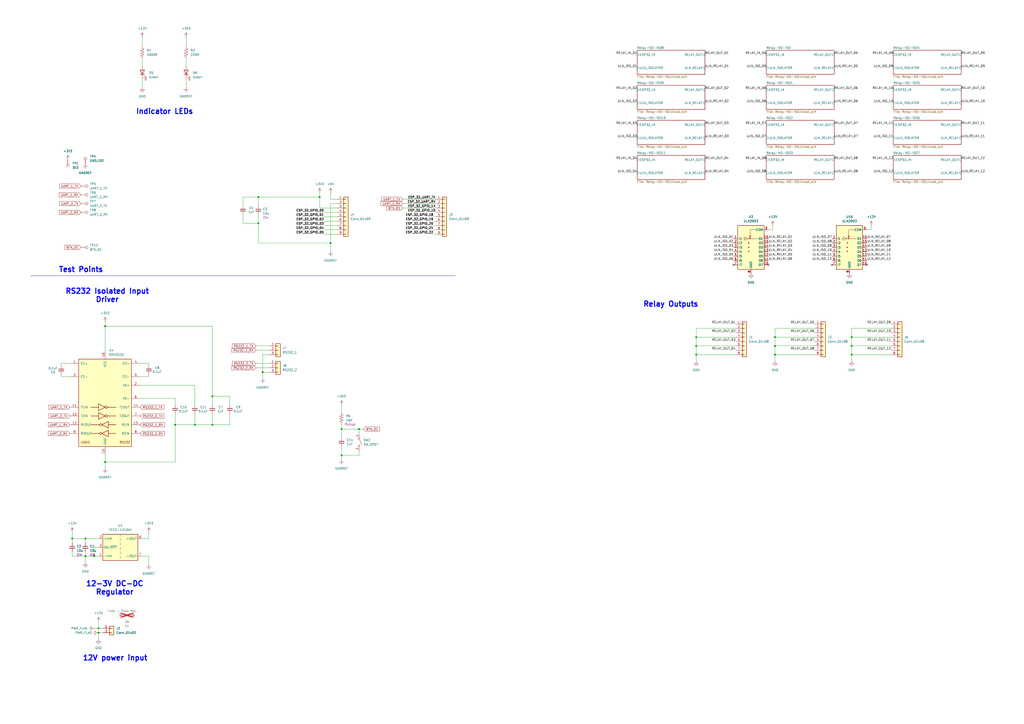
<source format=kicad_sch>
(kicad_sch (version 20231120) (generator "eeschema") (generator_version "8.0")
  (paper "A2")
  (lib_symbols
    (symbol "Connector:TestPoint" (pin_numbers hide) (pin_names (offset 0.762) hide)
      (property "Reference" "TP" (at 0 6.858 0))
      (property "Value" "TestPoint" (at 0 5.08 0))
      (symbol "TestPoint_1_1"
        (pin passive line (at 0 0 90) (length 2.54) (name "1") (number "1"))
      )
    )
    (symbol "Connector_Generic:Conn_01x02" (pin_names (offset 1.016) hide)
      (property "Reference" "J" (at 0 2.54 0))
      (property "Value" "Conn_01x02" (at 0 -5.08 0))
      (symbol "Conn_01x02_1_1"
        (pin passive line (at -5.08 0 0) (length 3.81) (name "Pin_1") (number "1"))
        (pin passive line (at -5.08 -2.54 0) (length 3.81) (name "Pin_2") (number "2"))
      )
    )
    (symbol "Connector_Generic:Conn_01x03" (pin_names (offset 1.016) hide)
      (property "Reference" "J" (at 0 5.08 0))
      (property "Value" "Conn_01x03" (at 0 -5.08 0))
      (symbol "Conn_01x03_1_1"
        (pin passive line (at -5.08 2.54 0) (length 3.81) (name "Pin_1") (number "1"))
        (pin passive line (at -5.08 0 0) (length 3.81) (name "Pin_2") (number "2"))
        (pin passive line (at -5.08 -2.54 0) (length 3.81) (name "Pin_3") (number "3"))
      )
    )
    (symbol "Connector_Generic:Conn_01x08" (pin_names (offset 1.016) hide)
      (property "Reference" "J" (at 0 10.16 0))
      (property "Value" "Conn_01x08" (at 0 -12.7 0))
      (symbol "Conn_01x08_1_1"
        (pin passive line (at -5.08 7.62 0) (length 3.81) (name "Pin_1") (number "1"))
        (pin passive line (at -5.08 5.08 0) (length 3.81) (name "Pin_2") (number "2"))
        (pin passive line (at -5.08 2.54 0) (length 3.81) (name "Pin_3") (number "3"))
        (pin passive line (at -5.08 0 0) (length 3.81) (name "Pin_4") (number "4"))
        (pin passive line (at -5.08 -2.54 0) (length 3.81) (name "Pin_5") (number "5"))
        (pin passive line (at -5.08 -5.08 0) (length 3.81) (name "Pin_6") (number "6"))
        (pin passive line (at -5.08 -7.62 0) (length 3.81) (name "Pin_7") (number "7"))
        (pin passive line (at -5.08 -10.16 0) (length 3.81) (name "Pin_8") (number "8"))
      )
    )
    (symbol "Connector_Generic:Conn_01x09" (pin_names (offset 1.016) hide)
      (property "Reference" "J" (at 0 12.7 0))
      (property "Value" "Conn_01x09" (at 0 -12.7 0))
      (symbol "Conn_01x09_1_1"
        (pin passive line (at -5.08 10.16 0) (length 3.81) (name "Pin_1") (number "1"))
        (pin passive line (at -5.08 7.62 0) (length 3.81) (name "Pin_2") (number "2"))
        (pin passive line (at -5.08 5.08 0) (length 3.81) (name "Pin_3") (number "3"))
        (pin passive line (at -5.08 2.54 0) (length 3.81) (name "Pin_4") (number "4"))
        (pin passive line (at -5.08 0 0) (length 3.81) (name "Pin_5") (number "5"))
        (pin passive line (at -5.08 -2.54 0) (length 3.81) (name "Pin_6") (number "6"))
        (pin passive line (at -5.08 -5.08 0) (length 3.81) (name "Pin_7") (number "7"))
        (pin passive line (at -5.08 -7.62 0) (length 3.81) (name "Pin_8") (number "8"))
        (pin passive line (at -5.08 -10.16 0) (length 3.81) (name "Pin_9") (number "9"))
      )
    )
    (symbol "Converter_DCDC:TEC2-1210WI"
      (property "Reference" "U" (at -8.89 8.89 0))
      (property "Value" "TEC2-1210WI" (at 10.16 8.89 0))
      (symbol "TEC2-1210WI_1_1"
        (pin power_in line (at -12.7 -5.08 0) (length 2.54) (name "-VIN") (number "1"))
        (pin power_in line (at -12.7 5.08 0) (length 2.54) (name "+VIN") (number "2"))
        (pin input line (at -12.7 0 0) (length 2.54) (name "ON/~{OFF}") (number "3"))
        (pin no_connect line (at 10.16 2.54 180) (length 2.54) hide (name "NC") (number "5"))
        (pin power_out line (at 12.7 5.08 180) (length 2.54) (name "+VOUT") (number "6"))
        (pin power_out line (at 12.7 -5.08 180) (length 2.54) (name "-VOUT") (number "7"))
        (pin no_connect line (at 10.16 0 180) (length 2.54) hide (name "NC") (number "8"))
      )
    )
    (symbol "Device:C_Small" (pin_numbers hide) (pin_names (offset 0.254) hide)
      (property "Reference" "C" (at 0.254 1.778 0))
      (property "Value" "C_Small" (at 0.254 -2.032 0))
      (symbol "C_Small_1_1"
        (pin passive line (at 0 2.54 270) (length 2.032) (name "~") (number "1"))
        (pin passive line (at 0 -2.54 90) (length 2.032) (name "~") (number "2"))
      )
    )
    (symbol "Device:Fuse" (pin_numbers hide) (pin_names (offset 0))
      (property "Reference" "F" (at 2.032 0 90))
      (property "Value" "Fuse" (at -1.905 0 90))
      (symbol "Fuse_1_1"
        (pin passive line (at 0 3.81 270) (length 1.27) (name "~") (number "1"))
        (pin passive line (at 0 -3.81 90) (length 1.27) (name "~") (number "2"))
      )
    )
    (symbol "Device:LED" (pin_numbers hide) (pin_names (offset 1.016) hide)
      (property "Reference" "D" (at 0 2.54 0))
      (property "Value" "LED" (at 0 -2.54 0))
      (symbol "LED_1_1"
        (pin passive line (at -3.81 0 0) (length 2.54) (name "K") (number "1"))
        (pin passive line (at 3.81 0 180) (length 2.54) (name "A") (number "2"))
      )
    )
    (symbol "Device:R_US" (pin_numbers hide) (pin_names (offset 0))
      (property "Reference" "R" (at 2.54 0 90))
      (property "Value" "R_US" (at -2.54 0 90))
      (symbol "R_US_1_1"
        (pin passive line (at 0 3.81 270) (length 1.27) (name "~") (number "1"))
        (pin passive line (at 0 -3.81 90) (length 1.27) (name "~") (number "2"))
      )
    )
    (symbol "Interface_UART:MAX3232" (pin_names (offset 1.016))
      (property "Reference" "U" (at -2.54 28.575 0))
      (property "Value" "MAX3232" (at -2.54 26.67 0))
      (symbol "MAX3232_0_0"
        (text "LOGIC" (at -11.43 -22.86 0) (effects (font (size 1.27 1.27))))
        (text "RS232" (at 11.43 -22.86 0) (effects (font (size 1.27 1.27))))
      )
      (symbol "MAX3232_1_1"
        (pin passive line (at -20.32 22.86 0) (length 5.08) (name "C1+") (number "1"))
        (pin input line (at -20.32 -7.62 0) (length 5.08) (name "T2IN") (number "10"))
        (pin input line (at -20.32 -2.54 0) (length 5.08) (name "T1IN") (number "11"))
        (pin output line (at -20.32 -12.7 0) (length 5.08) (name "R1OUT") (number "12"))
        (pin input line (at 20.32 -12.7 180) (length 5.08) (name "R1IN") (number "13"))
        (pin output line (at 20.32 -2.54 180) (length 5.08) (name "T1OUT") (number "14"))
        (pin power_in line (at 0 -30.48 90) (length 5.08) (name "GND") (number "15"))
        (pin power_in line (at 0 30.48 270) (length 5.08) (name "VCC") (number "16"))
        (pin power_out line (at 20.32 10.16 180) (length 5.08) (name "VS+") (number "2"))
        (pin passive line (at -20.32 15.24 0) (length 5.08) (name "C1-") (number "3"))
        (pin passive line (at 20.32 22.86 180) (length 5.08) (name "C2+") (number "4"))
        (pin passive line (at 20.32 15.24 180) (length 5.08) (name "C2-") (number "5"))
        (pin power_out line (at 20.32 2.54 180) (length 5.08) (name "VS-") (number "6"))
        (pin output line (at 20.32 -7.62 180) (length 5.08) (name "T2OUT") (number "7"))
        (pin input line (at 20.32 -17.78 180) (length 5.08) (name "R2IN") (number "8"))
        (pin output line (at -20.32 -17.78 0) (length 5.08) (name "R2OUT") (number "9"))
      )
    )
    (symbol "Switch:SW_SPST" (pin_names (offset 0) hide)
      (property "Reference" "SW" (at 0 3.175 0))
      (property "Value" "SW_SPST" (at 0 -2.54 0))
      (symbol "SW_SPST_1_1"
        (pin passive line (at -5.08 0 0) (length 2.54) (name "A") (number "1"))
        (pin passive line (at 5.08 0 180) (length 2.54) (name "B") (number "2"))
      )
    )
    (symbol "Transistor_Array:ULN2003"
      (property "Reference" "U" (at 0 15.875 0))
      (property "Value" "ULN2003" (at 0 13.97 0))
      (symbol "ULN2003_1_1"
        (pin input line (at -10.16 5.08 0) (length 2.54) (name "I1") (number "1"))
        (pin open_collector line (at 10.16 -10.16 180) (length 2.54) (name "O7") (number "10"))
        (pin open_collector line (at 10.16 -7.62 180) (length 2.54) (name "O6") (number "11"))
        (pin open_collector line (at 10.16 -5.08 180) (length 2.54) (name "O5") (number "12"))
        (pin open_collector line (at 10.16 -2.54 180) (length 2.54) (name "O4") (number "13"))
        (pin open_collector line (at 10.16 0 180) (length 2.54) (name "O3") (number "14"))
        (pin open_collector line (at 10.16 2.54 180) (length 2.54) (name "O2") (number "15"))
        (pin open_collector line (at 10.16 5.08 180) (length 2.54) (name "O1") (number "16"))
        (pin input line (at -10.16 2.54 0) (length 2.54) (name "I2") (number "2"))
        (pin input line (at -10.16 0 0) (length 2.54) (name "I3") (number "3"))
        (pin input line (at -10.16 -2.54 0) (length 2.54) (name "I4") (number "4"))
        (pin input line (at -10.16 -5.08 0) (length 2.54) (name "I5") (number "5"))
        (pin input line (at -10.16 -7.62 0) (length 2.54) (name "I6") (number "6"))
        (pin input line (at -10.16 -10.16 0) (length 2.54) (name "I7") (number "7"))
        (pin power_in line (at 0 -15.24 90) (length 2.54) (name "GND") (number "8"))
        (pin passive line (at 10.16 10.16 180) (length 2.54) (name "COM") (number "9"))
      )
    )
    (symbol "power:+12V" (power) (pin_numbers hide) (pin_names (offset 0) hide)
      (property "Value" "+12V" (at 0 3.556 0))
      (symbol "+12V_1_1"
        (pin power_in line (at 0 0 90) (length 0) (name "~") (number "1"))
      )
    )
    (symbol "power:+3V3" (power) (pin_numbers hide) (pin_names (offset 0) hide)
      (property "Value" "+3V3" (at 0 3.556 0))
      (symbol "+3V3_1_1"
        (pin power_in line (at 0 0 90) (length 0) (name "~") (number "1"))
      )
    )
    (symbol "power:+5V" (power) (pin_numbers hide) (pin_names (offset 0) hide)
      (property "Value" "+5V" (at 0 3.556 0))
      (symbol "+5V_1_1"
        (pin power_in line (at 0 0 90) (length 0) (name "~") (number "1"))
      )
    )
    (symbol "power:GND" (power) (pin_numbers hide) (pin_names (offset 0) hide)
      (property "Value" "GND" (at 0 -3.81 0))
      (symbol "GND_1_1"
        (pin power_in line (at 0 0 270) (length 0) (name "~") (number "1"))
      )
    )
    (symbol "power:GNDREF" (power) (pin_numbers hide) (pin_names (offset 0) hide)
      (property "Value" "GNDREF" (at 0 -3.81 0))
      (symbol "GNDREF_1_1"
        (pin power_in line (at 0 0 270) (length 0) (name "~") (number "1"))
      )
    )
    (symbol "power:PWR_FLAG" (power) (pin_numbers hide) (pin_names (offset 0) hide)
      (property "Value" "PWR_FLAG" (at 0 3.81 0))
      (symbol "PWR_FLAG_0_0"
        (pin power_out line (at 0 0 90) (length 0) (name "~") (number "1"))
      )
    )
  )
  (junction (at 123.19 246.38))
  (junction (at 54.61 322.58))
  (junction (at 149.86 114.3))
  (junction (at 449.58 205.74))
  (junction (at 494.03 200.66))
  (junction (at 449.58 195.58))
  (junction (at 57.15 364.49))
  (junction (at 403.86 205.74))
  (junction (at 403.86 200.66))
  (junction (at 403.86 195.58))
  (junction (at 60.96 267.97))
  (junction (at 191.77 140.97))
  (junction (at 208.28 248.92))
  (junction (at 494.03 195.58))
  (junction (at 60.96 189.23))
  (junction (at 198.12 264.16))
  (junction (at 123.19 229.87))
  (junction (at 113.03 246.38))
  (junction (at 449.58 200.66))
  (junction (at 149.86 129.54))
  (junction (at 57.15 367.03))
  (junction (at 41.91 312.42))
  (junction (at 49.53 322.58))
  (junction (at 49.53 312.42))
  (junction (at 101.6 246.38))
  (junction (at 494.03 205.74))
  (junction (at 185.42 114.3))
  (junction (at 198.12 248.92))
  (junction (at 152.4 215.9))
  (no_connect (at 445.77 153.67))
  (no_connect (at 77.47 356.87))
  (no_connect (at 69.85 356.87))
  (no_connect (at 482.6 153.67))
  (no_connect (at 425.45 153.67))
  (no_connect (at 502.92 153.67))
  (wire (pts (xy 187.96 128.27) (xy 195.58 128.27)))
  (wire (pts (xy 35.56 218.44) (xy 40.64 218.44)))
  (wire (pts (xy 133.35 229.87) (xy 123.19 229.87)))
  (wire (pts (xy 403.86 205.74) (xy 426.72 205.74)))
  (wire (pts (xy 41.91 320.04) (xy 41.91 322.58)))
  (wire (pts (xy 57.15 367.03) (xy 57.15 370.84)))
  (wire (pts (xy 41.91 322.58) (xy 49.53 322.58)))
  (wire (pts (xy 472.44 200.66) (xy 449.58 200.66)))
  (wire (pts (xy 49.53 320.04) (xy 49.53 322.58)))
  (wire (pts (xy 208.28 248.92) (xy 210.82 248.92)))
  (wire (pts (xy 107.95 34.29) (xy 107.95 38.1)))
  (wire (pts (xy 86.36 327.66) (xy 86.36 322.58)))
  (wire (pts (xy 494.03 205.74) (xy 516.89 205.74)))
  (wire (pts (xy 149.86 124.46) (xy 149.86 129.54)))
  (wire (pts (xy 208.28 251.46) (xy 208.28 248.92)))
  (wire (pts (xy 516.89 200.66) (xy 494.03 200.66)))
  (wire (pts (xy 57.15 322.58) (xy 54.61 322.58)))
  (wire (pts (xy 449.58 209.55) (xy 449.58 205.74)))
  (wire (pts (xy 403.86 209.55) (xy 403.86 205.74)))
  (wire (pts (xy 156.21 205.74) (xy 152.4 205.74)))
  (wire (pts (xy 191.77 118.11) (xy 191.77 140.97)))
  (wire (pts (xy 191.77 115.57) (xy 195.58 115.57)))
  (wire (pts (xy 251.46 133.35) (xy 252.73 133.35)))
  (wire (pts (xy 57.15 364.49) (xy 59.69 364.49)))
  (wire (pts (xy 494.03 195.58) (xy 494.03 200.66)))
  (wire (pts (xy 149.86 114.3) (xy 185.42 114.3)))
  (wire (pts (xy 198.12 248.92) (xy 198.12 254)))
  (wire (pts (xy 133.35 234.95) (xy 133.35 229.87)))
  (wire (pts (xy 152.4 215.9) (xy 152.4 219.71)))
  (wire (pts (xy 60.96 264.16) (xy 60.96 267.97)))
  (wire (pts (xy 41.91 314.96) (xy 41.91 312.42)))
  (wire (pts (xy 60.96 189.23) (xy 60.96 203.2)))
  (wire (pts (xy 82.55 45.72) (xy 82.55 50.8)))
  (wire (pts (xy 185.42 114.3) (xy 185.42 111.76)))
  (wire (pts (xy 123.19 229.87) (xy 123.19 189.23)))
  (wire (pts (xy 81.28 223.52) (xy 113.03 223.52)))
  (wire (pts (xy 54.61 364.49) (xy 57.15 364.49)))
  (wire (pts (xy 208.28 248.92) (xy 198.12 248.92)))
  (wire (pts (xy 472.44 195.58) (xy 449.58 195.58)))
  (wire (pts (xy 152.4 215.9) (xy 156.21 215.9)))
  (wire (pts (xy 54.61 322.58) (xy 49.53 322.58)))
  (wire (pts (xy 86.36 210.82) (xy 86.36 212.09)))
  (wire (pts (xy 101.6 246.38) (xy 113.03 246.38)))
  (wire (pts (xy 252.73 115.57) (xy 233.68 115.57)))
  (wire (pts (xy 152.4 205.74) (xy 152.4 215.9)))
  (wire (pts (xy 472.44 190.5) (xy 449.58 190.5)))
  (wire (pts (xy 82.55 34.29) (xy 82.55 38.1)))
  (wire (pts (xy 123.19 229.87) (xy 123.19 234.95)))
  (wire (pts (xy 41.91 312.42) (xy 49.53 312.42)))
  (wire (pts (xy 60.96 271.78) (xy 60.96 267.97)))
  (wire (pts (xy 494.03 190.5) (xy 494.03 195.58)))
  (wire (pts (xy 86.36 218.44) (xy 86.36 217.17)))
  (wire (pts (xy 403.86 190.5) (xy 403.86 195.58)))
  (wire (pts (xy 123.19 246.38) (xy 123.19 240.03)))
  (wire (pts (xy 403.86 195.58) (xy 403.86 200.66)))
  (wire (pts (xy 81.28 218.44) (xy 86.36 218.44)))
  (wire (pts (xy 445.77 133.35) (xy 448.31 133.35)))
  (wire (pts (xy 140.97 129.54) (xy 149.86 129.54)))
  (wire (pts (xy 187.96 135.89) (xy 195.58 135.89)))
  (wire (pts (xy 35.56 212.09) (xy 35.56 210.82)))
  (wire (pts (xy 54.61 317.5) (xy 54.61 322.58)))
  (wire (pts (xy 516.89 190.5) (xy 494.03 190.5)))
  (wire (pts (xy 49.53 322.58) (xy 49.53 326.39)))
  (wire (pts (xy 494.03 200.66) (xy 494.03 205.74)))
  (wire (pts (xy 41.91 312.42) (xy 41.91 308.61)))
  (wire (pts (xy 60.96 267.97) (xy 101.6 267.97)))
  (wire (pts (xy 449.58 205.74) (xy 472.44 205.74)))
  (wire (pts (xy 133.35 246.38) (xy 123.19 246.38)))
  (wire (pts (xy 57.15 317.5) (xy 54.61 317.5)))
  (wire (pts (xy 49.53 312.42) (xy 57.15 312.42)))
  (wire (pts (xy 49.53 314.96) (xy 49.53 312.42)))
  (wire (pts (xy 101.6 240.03) (xy 101.6 246.38)))
  (wire (pts (xy 516.89 195.58) (xy 494.03 195.58)))
  (wire (pts (xy 403.86 200.66) (xy 403.86 205.74)))
  (wire (pts (xy 233.68 120.65) (xy 252.73 120.65)))
  (wire (pts (xy 449.58 190.5) (xy 449.58 195.58)))
  (wire (pts (xy 149.86 140.97) (xy 191.77 140.97)))
  (wire (pts (xy 505.46 133.35) (xy 505.46 130.81)))
  (wire (pts (xy 251.46 130.81) (xy 252.73 130.81)))
  (wire (pts (xy 195.58 120.65) (xy 185.42 120.65)))
  (wire (pts (xy 86.36 312.42) (xy 86.36 308.61)))
  (wire (pts (xy 148.59 203.2) (xy 156.21 203.2)))
  (wire (pts (xy 140.97 119.38) (xy 140.97 114.3)))
  (wire (pts (xy 426.72 190.5) (xy 403.86 190.5)))
  (wire (pts (xy 140.97 114.3) (xy 149.86 114.3)))
  (wire (pts (xy 113.03 246.38) (xy 123.19 246.38)))
  (wire (pts (xy 133.35 240.03) (xy 133.35 246.38)))
  (wire (pts (xy 198.12 248.92) (xy 198.12 246.38)))
  (wire (pts (xy 148.59 200.66) (xy 156.21 200.66)))
  (wire (pts (xy 101.6 267.97) (xy 101.6 246.38)))
  (wire (pts (xy 59.69 367.03) (xy 57.15 367.03)))
  (wire (pts (xy 187.96 130.81) (xy 195.58 130.81)))
  (wire (pts (xy 82.55 312.42) (xy 86.36 312.42)))
  (wire (pts (xy 140.97 124.46) (xy 140.97 129.54)))
  (wire (pts (xy 86.36 322.58) (xy 82.55 322.58)))
  (wire (pts (xy 251.46 135.89) (xy 252.73 135.89)))
  (wire (pts (xy 191.77 111.76) (xy 191.77 115.57)))
  (wire (pts (xy 113.03 223.52) (xy 113.03 234.95)))
  (wire (pts (xy 107.95 21.59) (xy 107.95 26.67)))
  (wire (pts (xy 81.28 210.82) (xy 86.36 210.82)))
  (wire (pts (xy 60.96 186.69) (xy 60.96 189.23)))
  (wire (pts (xy 251.46 125.73) (xy 252.73 125.73)))
  (wire (pts (xy 208.28 261.62) (xy 208.28 264.16)))
  (wire (pts (xy 35.56 210.82) (xy 40.64 210.82)))
  (wire (pts (xy 426.72 195.58) (xy 403.86 195.58)))
  (wire (pts (xy 198.12 234.95) (xy 198.12 238.76)))
  (wire (pts (xy 494.03 209.55) (xy 494.03 205.74)))
  (wire (pts (xy 252.73 118.11) (xy 233.68 118.11)))
  (wire (pts (xy 426.72 200.66) (xy 403.86 200.66)))
  (wire (pts (xy 82.55 21.59) (xy 82.55 26.67)))
  (wire (pts (xy 449.58 195.58) (xy 449.58 200.66)))
  (wire (pts (xy 187.96 133.35) (xy 195.58 133.35)))
  (wire (pts (xy 148.59 213.36) (xy 156.21 213.36)))
  (wire (pts (xy 149.86 119.38) (xy 149.86 114.3)))
  (wire (pts (xy 449.58 200.66) (xy 449.58 205.74)))
  (wire (pts (xy 502.92 133.35) (xy 505.46 133.35)))
  (wire (pts (xy 198.12 259.08) (xy 198.12 264.16)))
  (wire (pts (xy 251.46 128.27) (xy 252.73 128.27)))
  (wire (pts (xy 81.28 231.14) (xy 101.6 231.14)))
  (wire (pts (xy 187.96 125.73) (xy 195.58 125.73)))
  (wire (pts (xy 35.56 217.17) (xy 35.56 218.44)))
  (wire (pts (xy 185.42 120.65) (xy 185.42 114.3)))
  (wire (pts (xy 60.96 189.23) (xy 123.19 189.23)))
  (wire (pts (xy 448.31 133.35) (xy 448.31 130.81)))
  (wire (pts (xy 107.95 50.8) (xy 107.95 45.72)))
  (wire (pts (xy 191.77 140.97) (xy 191.77 146.05)))
  (wire (pts (xy 208.28 264.16) (xy 198.12 264.16)))
  (wire (pts (xy 57.15 364.49) (xy 57.15 360.68)))
  (wire (pts (xy 149.86 129.54) (xy 149.86 140.97)))
  (wire (pts (xy 198.12 264.16) (xy 198.12 266.7)))
  (polyline (pts (xy 17.78 160.02) (xy 264.16 160.02)))
  (wire (pts (xy 148.59 210.82) (xy 156.21 210.82)))
  (wire (pts (xy 101.6 231.14) (xy 101.6 234.95)))
  (wire (pts (xy 195.58 118.11) (xy 191.77 118.11)))
  (wire (pts (xy 187.96 123.19) (xy 195.58 123.19)))
  (wire (pts (xy 113.03 240.03) (xy 113.03 246.38)))
  (text "Relay Outputs" (at 389.128 176.53 0) (effects (font (size 3 3) (thickness 0.6) (bold yes))))
  (text "12-3V DC-DC\nRegulator" (at 66.548 341.122 0) (effects (font (size 3 3) (thickness 0.6) (bold yes))))
  (text "12V power input" (at 66.802 381.762 0) (effects (font (size 3 3) (thickness 0.6) (bold yes))))
  (text "RS232 Isolated Input\nDriver" (at 62.23 171.45 0) (effects (font (size 3 3) (thickness 0.6) (bold yes))))
  (text "Test Points" (at 46.99 156.464 0) (effects (font (size 3 3) (thickness 0.6) (bold yes))))
  (text "Indicator LEDs" (at 95.504 64.77 0) (effects (font (size 3 3) (thickness 0.6) (bold yes))))
  (label "ULN_RELAY_12" (at 502.92 151.13 0))
  (label "ULN_RELAY_12" (at 557.53 100.33 0))
  (label "RELAY_IN_09" (at 518.16 31.75 180))
  (label "ULN_ISO_04" (at 369.57 100.33 180))
  (label "ESP_32_GPIO_01" (at 187.96 125.73 180) (effects (font (bold yes))))
  (label "RELAY_OUT_12" (at 516.89 203.2 180))
  (label "RELAY_IN_04" (at 369.57 92.71 180))
  (label "ESP_32_GPIO_05" (at 187.96 135.89 180) (effects (font (bold yes))))
  (label "RELAY_OUT_05" (at 483.87 31.75 0))
  (label "RELAY_IN_10" (at 518.16 52.07 180))
  (label "ULN_RELAY_05" (at 445.77 148.59 0))
  (label "ULN_ISO_03" (at 425.45 143.51 180))
  (label "ULN_RELAY_07" (at 483.87 80.01 0))
  (label "RELAY_IN_07" (at 444.5 72.39 180))
  (label "ULN_RELAY_04" (at 445.77 146.05 0))
  (label "ESP_32_GPIO_19" (at 251.46 128.27 180) (effects (font (bold yes))))
  (label "RELAY_IN_08" (at 444.5 92.71 180))
  (label "ULN_RELAY_10" (at 502.92 146.05 0))
  (label "ULN_RELAY_01" (at 445.77 138.43 0))
  (label "ULN_RELAY_08" (at 502.92 140.97 0))
  (label "ESP_32_UART_TX" (at 252.73 115.57 180) (effects (font (bold yes))))
  (label "RELAY_OUT_07" (at 472.44 198.12 180))
  (label "ULN_ISO_10" (at 518.16 59.69 180))
  (label "ULN_RELAY_09" (at 502.92 143.51 0))
  (label "ULN_ISO_08" (at 482.6 140.97 180))
  (label "RELAY_OUT_03" (at 426.72 198.12 180))
  (label "ULN_ISO_02" (at 369.57 59.69 180))
  (label "ESP_32_GPIO_14" (at 252.73 120.65 180) (effects (font (bold yes))))
  (label "ESP_32_GPIO_15" (at 252.73 123.19 180) (effects (font (bold yes))))
  (label "RELAY_OUT_08" (at 472.44 203.2 180))
  (label "RELAY_OUT_01" (at 408.94 31.75 0))
  (label "RELAY_OUT_11" (at 557.53 72.39 0))
  (label "ULN_RELAY_04" (at 408.94 100.33 0))
  (label "RELAY_OUT_10" (at 557.53 52.07 0))
  (label "RELAY_OUT_07" (at 483.87 72.39 0))
  (label "ULN_RELAY_01" (at 408.94 39.37 0))
  (label "ULN_RELAY_11" (at 557.53 80.01 0))
  (label "RELAY_IN_01" (at 369.57 31.75 180))
  (label "ULN_ISO_10" (at 482.6 146.05 180))
  (label "ULN_RELAY_09" (at 557.53 39.37 0))
  (label "ESP_32_GPIO_18" (at 251.46 125.73 180) (effects (font (bold yes))))
  (label "RELAY_IN_02" (at 369.57 52.07 180))
  (label "ULN_RELAY_08" (at 483.87 100.33 0))
  (label "ULN_RELAY_02" (at 408.94 59.69 0))
  (label "RELAY_OUT_04" (at 408.94 92.71 0))
  (label "RELAY_OUT_06" (at 472.44 193.04 180))
  (label "RELAY_IN_11" (at 518.16 72.39 180))
  (label "ULN_RELAY_10" (at 557.53 59.69 0))
  (label "ESP_32_GPIO_03" (at 187.96 130.81 180) (effects (font (bold yes))))
  (label "RELAY_OUT_05" (at 472.44 187.96 180))
  (label "RELAY_OUT_03" (at 408.94 72.39 0))
  (label "RELAY_OUT_11" (at 516.89 198.12 180))
  (label "ULN_ISO_04" (at 425.45 146.05 180))
  (label "RELAY_OUT_12" (at 557.53 92.71 0))
  (label "RELAY_IN_12" (at 518.16 92.71 180))
  (label "ULN_ISO_01" (at 425.45 138.43 180))
  (label "RELAY_IN_05" (at 444.5 31.75 180))
  (label "ULN_ISO_11" (at 518.16 80.01 180))
  (label "RELAY_OUT_09" (at 516.89 187.96 180))
  (label "ULN_RELAY_03" (at 445.77 143.51 0))
  (label "ULN_ISO_01" (at 369.57 39.37 180))
  (label "ULN_ISO_09" (at 482.6 143.51 180))
  (label "ESP_32_GPIO_00" (at 187.96 123.19 180) (effects (font (bold yes))))
  (label "ULN_RELAY_06" (at 483.87 59.69 0))
  (label "ESP_32_GPIO_22" (at 251.46 135.89 180) (effects (font (bold yes))))
  (label "ULN_ISO_05" (at 425.45 148.59 180))
  (label "RELAY_OUT_08" (at 483.87 92.71 0))
  (label "ESP_32_GPIO_02" (at 187.96 128.27 180) (effects (font (bold yes))))
  (label "ULN_ISO_06" (at 425.45 151.13 180))
  (label "ULN_ISO_06" (at 444.5 59.69 180))
  (label "ESP_32_UART_RX" (at 252.73 118.11 180) (effects (font (bold yes))))
  (label "RELAY_IN_06" (at 444.5 52.07 180))
  (label "ESP_32_GPIO_04" (at 187.96 133.35 180) (effects (font (bold yes))))
  (label "ULN_ISO_09" (at 518.16 39.37 180))
  (label "ULN_RELAY_03" (at 408.94 80.01 0))
  (label "ULN_RELAY_11" (at 502.92 148.59 0))
  (label "ULN_RELAY_05" (at 483.87 39.37 0))
  (label "RELAY_OUT_04" (at 426.72 203.2 180))
  (label "ESP_32_GPIO_20" (at 251.46 130.81 180) (effects (font (bold yes))))
  (label "ULN_ISO_12" (at 482.6 151.13 180))
  (label "RELAY_OUT_10" (at 516.89 193.04 180))
  (label "ULN_ISO_11" (at 482.6 148.59 180))
  (label "ULN_ISO_05" (at 444.5 39.37 180))
  (label "RELAY_IN_03" (at 369.57 72.39 180))
  (label "RELAY_OUT_01" (at 426.72 187.96 180))
  (label "ULN_ISO_12" (at 518.16 100.33 180))
  (label "ULN_ISO_02" (at 425.45 140.97 180))
  (label "ULN_ISO_03" (at 369.57 80.01 180))
  (label "RELAY_OUT_09" (at 557.53 31.75 0))
  (label "ULN_ISO_08" (at 444.5 100.33 180))
  (label "ULN_RELAY_07" (at 502.92 138.43 0))
  (label "RELAY_OUT_02" (at 426.72 193.04 180))
  (label "ULN_RELAY_02" (at 445.77 140.97 0))
  (label "RELAY_OUT_06" (at 483.87 52.07 0))
  (label "ULN_RELAY_06" (at 445.77 151.13 0))
  (label "ESP_32_GPIO_21" (at 251.46 133.35 180) (effects (font (bold yes))))
  (label "ULN_ISO_07" (at 482.6 138.43 180))
  (label "ULN_ISO_07" (at 444.5 80.01 180))
  (label "RELAY_OUT_02" (at 408.94 52.07 0))
  (global_label "UART_1_TX" (shape input) (at 40.64 236.22 180) (property "Intersheetrefs" "${INTERSHEET_REFS}" (effects (hide yes))))
  (global_label "UART_2_TX" (shape input) (at 40.64 241.3 180) (property "Intersheetrefs" "${INTERSHEET_REFS}" (effects (hide yes))))
  (global_label "RS232_2_TX" (shape input) (at 148.59 210.82 180) (property "Intersheetrefs" "${INTERSHEET_REFS}" (effects (hide yes))))
  (global_label "UART_1_RX" (shape input) (at 233.68 118.11 180) (property "Intersheetrefs" "${INTERSHEET_REFS}" (effects (hide yes))))
  (global_label "RS232_2_RX" (shape input) (at 148.59 213.36 180) (property "Intersheetrefs" "${INTERSHEET_REFS}" (effects (hide yes))))
  (global_label "UART_1_TX" (shape input) (at 46.99 107.95 180) (property "Intersheetrefs" "${INTERSHEET_REFS}" (effects (hide yes))))
  (global_label "BTN_01" (shape input) (at 210.82 248.92 0) (property "Intersheetrefs" "${INTERSHEET_REFS}" (effects (hide yes))))
  (global_label "RS232_1_TX" (shape input) (at 81.28 236.22 0) (property "Intersheetrefs" "${INTERSHEET_REFS}" (effects (hide yes))))
  (global_label "UART_1_RX" (shape input) (at 40.64 246.38 180) (property "Intersheetrefs" "${INTERSHEET_REFS}" (effects (hide yes))))
  (global_label "RS232_1_TX" (shape input) (at 148.59 200.66 180) (property "Intersheetrefs" "${INTERSHEET_REFS}" (effects (hide yes))))
  (global_label "UART_1_RX" (shape input) (at 46.99 113.03 180) (property "Intersheetrefs" "${INTERSHEET_REFS}" (effects (hide yes))))
  (global_label "UART_1_TX" (shape input) (at 233.68 115.57 180) (property "Intersheetrefs" "${INTERSHEET_REFS}" (effects (hide yes))))
  (global_label "UART_2_RX" (shape input) (at 40.64 251.46 180) (property "Intersheetrefs" "${INTERSHEET_REFS}" (effects (hide yes))))
  (global_label "UART_2_RX" (shape input) (at 46.99 123.19 180) (property "Intersheetrefs" "${INTERSHEET_REFS}" (effects (hide yes))))
  (global_label "RS232_1_RX" (shape input) (at 81.28 246.38 0) (property "Intersheetrefs" "${INTERSHEET_REFS}" (effects (hide yes))))
  (global_label "RS232_2_RX" (shape input) (at 81.28 251.46 0) (property "Intersheetrefs" "${INTERSHEET_REFS}" (effects (hide yes))))
  (global_label "RS232_1_RX" (shape input) (at 148.59 203.2 180) (property "Intersheetrefs" "${INTERSHEET_REFS}" (effects (hide yes))))
  (global_label "BTN_01" (shape input) (at 233.68 120.65 180) (property "Intersheetrefs" "${INTERSHEET_REFS}" (effects (hide yes))))
  (global_label "UART_2_TX" (shape input) (at 46.99 118.11 180) (property "Intersheetrefs" "${INTERSHEET_REFS}" (effects (hide yes))))
  (global_label "RS232_2_TX" (shape input) (at 81.28 241.3 0) (property "Intersheetrefs" "${INTERSHEET_REFS}" (effects (hide yes))))
  (global_label "BTN_01" (shape input) (at 46.99 143.51 180) (property "Intersheetrefs" "${INTERSHEET_REFS}" (effects (hide yes))))
  (symbol (lib_id "Device:R_US") (at 107.95 30.48 0) (unit 1)
    (property "Reference" "R2" (at 110.49 29.2099 0) (effects (justify left)))
    (property "Value" "220R" (at 110.49 31.7499 0) (effects (justify left)))
    (property "Footprint" "Resistor_SMD:R_0603_1608Metric" (effects (hide yes)))
    (property "Description" "Resistor, US symbol" (effects (hide yes)))
    (property "LCSC" "C22962" (effects (hide yes)))
  )
  (symbol (lib_id "Connector_Generic:Conn_01x03") (at 161.29 203.2 0) (unit 1)
    (property "Reference" "J7" (at 163.83 201.9299 0) (effects (justify left)))
    (property "Value" "RS232_1" (at 163.83 204.4699 0) (effects (justify left)))
    (property "Footprint" "Connector_Phoenix_MSTB:PhoenixContact_MSTBA_2,5_3-G-5,08_1x03_P5.08mm_Horizontal" (effects (hide yes)))
    (property "Description" "Generic connector, single row, 01x03, script generated (kicad-library-utils/schlib/autogen/connector/)" (effects (hide yes)))
  )
  (symbol (lib_id "power:GND") (at 435.61 158.75 0) (unit 1)
    (property "Reference" "#PWR014" (effects (hide yes)))
    (property "Value" "GND" (at 435.61 163.83 0))
    (property "Description" "Power symbol creates a global label with name \"GND\" , ground" (effects (hide yes)))
  )
  (symbol (lib_id "Device:C_Small") (at 123.19 237.49 180) (unit 1)
    (property "Reference" "C7" (at 128.016 236.22 0))
    (property "Value" "1uF" (at 128.016 238.506 0))
    (property "Footprint" "Capacitor_SMD:C_0402_1005Metric" (effects (hide yes)))
    (property "LCSC" "C52923" (effects (hide yes)))
  )
  (symbol (lib_id "power:GND") (at 49.53 326.39 0) (unit 1)
    (property "Reference" "#PWR09" (effects (hide yes)))
    (property "Value" "GND" (at 49.53 331.47 0))
    (property "Description" "Power symbol creates a global label with name \"GND\" , ground" (effects (hide yes)))
  )
  (symbol (lib_id "Transistor_Array:ULN2003") (at 435.61 143.51 0) (unit 1)
    (property "Reference" "U3" (at 435.61 125.73 0))
    (property "Value" "ULN2003" (at 435.61 128.27 0))
    (property "Footprint" "Package_DIP:DIP-16_W7.62mm_Socket" (effects (hide yes)))
    (property "Datasheet" "http://www.ti.com/lit/ds/symlink/uln2003a.pdf" (effects (hide yes)))
    (property "Description" "High Voltage, High Current Darlington Transistor Arrays, SOIC16/SOIC16W/DIP16/TSSOP16" (effects (hide yes)))
  )
  (symbol (lib_id "power:GNDREF") (at 60.96 271.78 0) (unit 1)
    (property "Reference" "#PWR013" (effects (hide yes)))
    (property "Value" "GNDREF" (at 60.96 276.86 0))
    (property "Description" "Power symbol creates a global label with name \"GNDREF\" , reference supply ground" (effects (hide yes)))
  )
  (symbol (lib_id "Device:R_US") (at 82.55 30.48 0) (unit 1)
    (property "Reference" "R1" (at 85.09 29.2099 0) (effects (justify left)))
    (property "Value" "2000R" (at 85.09 31.7499 0) (effects (justify left)))
    (property "Footprint" "Resistor_SMD:R_0603_1608Metric" (effects (hide yes)))
    (property "Description" "Resistor, US symbol" (effects (hide yes)))
    (property "LCSC" "C22975" (effects (hide yes)))
  )
  (symbol (lib_id "Connector_Generic:Conn_01x08") (at 477.52 195.58 0) (unit 1)
    (property "Reference" "J3" (at 480.06 195.5799 0) (effects (justify left)))
    (property "Value" "Conn_01x08" (at 480.06 198.1199 0) (effects (justify left)))
    (property "Footprint" "Connector_Phoenix_MSTB:PhoenixContact_MSTBA_2,5_8-G-5,08_1x08_P5.08mm_Horizontal" (effects (hide yes)))
    (property "Description" "Generic connector, single row, 01x08, script generated (kicad-library-utils/schlib/autogen/connector/)" (effects (hide yes)))
  )
  (symbol (lib_id "power:+5V") (at 191.77 111.76 0) (unit 1)
    (property "Reference" "#PWR015" (effects (hide yes)))
    (property "Value" "+5V" (at 191.77 106.68 0))
    (property "Description" "Power symbol creates a global label with name \"+5V\"" (effects (hide yes)))
  )
  (symbol (lib_id "power:+12V") (at 82.55 21.59 0) (unit 1)
    (property "Reference" "#PWR029" (effects (hide yes)))
    (property "Value" "+12V" (at 82.55 16.51 0))
    (property "Description" "Power symbol creates a global label with name \"+12V\"" (effects (hide yes)))
  )
  (symbol (lib_id "Device:C_Small") (at 49.53 317.5 0) (unit 1)
    (property "Reference" "C1" (at 52.07 316.8713 0) (effects (justify left)))
    (property "Value" "10u" (at 52.07 319.4113 0) (effects (justify left)))
    (property "Footprint" "Capacitor_SMD:C_0603_1608Metric" (effects (hide yes)))
    (property "Description" "Cin" (at 53.848 321.818 0))
    (property "LCSC" "C19702" (effects (hide yes)))
  )
  (symbol (lib_id "power:GND") (at 403.86 209.55 0) (unit 1)
    (property "Reference" "#PWR01" (effects (hide yes)))
    (property "Value" "GND" (at 403.86 214.63 0))
    (property "Description" "Power symbol creates a global label with name \"GND\" , ground" (effects (hide yes)))
  )
  (symbol (lib_id "Device:C_Small") (at 133.35 237.49 180) (unit 1)
    (property "Reference" "C9" (at 138.176 236.22 0))
    (property "Value" "0.1uF" (at 138.176 238.506 0))
    (property "Footprint" "Capacitor_SMD:C_0402_1005Metric" (effects (hide yes)))
    (property "LCSC" "C307331" (effects (hide yes)))
  )
  (symbol (lib_id "power:PWR_FLAG") (at 57.15 367.03 90) (unit 1)
    (property "Reference" "#FLG02" (effects (hide yes)))
    (property "Value" "PWR_FLAG" (at 53.34 367.0299 90) (effects (justify left)))
    (property "Description" "Special symbol for telling ERC where power comes from" (effects (hide yes)))
  )
  (symbol (lib_id "Connector:TestPoint") (at 46.99 123.19 270) (unit 1)
    (property "Reference" "TP8" (at 52.07 121.9199 90) (effects (justify left)))
    (property "Value" "UART_2_RX" (at 52.07 124.4599 90) (effects (justify left)))
    (property "Footprint" "TestPoint:TestPoint_Pad_D1.0mm" (effects (hide yes)))
    (property "Description" "test point" (effects (hide yes)))
  )
  (symbol (lib_id "Interface_UART:MAX3232") (at 60.96 233.68 0) (unit 1)
    (property "Reference" "U4" (at 63.1541 203.2 0) (effects (justify left)))
    (property "Value" "MAX3232" (at 63.1541 205.74 0) (effects (justify left)))
    (property "Footprint" "Package_SO:TSSOP-16_4.4x5mm_P0.65mm" (effects (hide yes)))
    (property "Datasheet" "https://datasheets.maximintegrated.com/en/ds/MAX3222-MAX3241.pdf" (effects (hide yes)))
    (property "Description" "3.0V to 5.5V, Low-Power, up to 1Mbps, True RS-232 Transceivers Using Four 0.1μF External Capacitors" (effects (hide yes)))
  )
  (symbol (lib_id "power:GNDREF") (at 198.12 266.7 0) (unit 1)
    (property "Reference" "#PWR023" (effects (hide yes)))
    (property "Value" "GNDREF" (at 198.12 271.78 0))
    (property "Description" "Power symbol creates a global label with name \"GNDREF\" , reference supply ground" (effects (hide yes)))
  )
  (symbol (lib_id "Device:LED") (at 107.95 41.91 90) (unit 1)
    (property "Reference" "D6" (at 111.76 42.2274 90) (effects (justify right)))
    (property "Value" "Green" (at 111.76 44.7674 90) (effects (justify right)))
    (property "Footprint" "LED_SMD:LED_0805_2012Metric" (effects (hide yes)))
    (property "Description" "Light emitting diode" (effects (hide yes)))
    (property "LCSC" "C2297" (effects (hide yes)))
  )
  (symbol (lib_id "power:GND") (at 492.76 158.75 0) (unit 1)
    (property "Reference" "#PWR018" (effects (hide yes)))
    (property "Value" "GND" (at 492.76 163.83 0))
    (property "Description" "Power symbol creates a global label with name \"GND\" , ground" (effects (hide yes)))
  )
  (symbol (lib_id "Connector:TestPoint") (at 49.53 95.25 0) (unit 1)
    (property "Reference" "TP4" (at 52.07 90.6779 0) (effects (justify left)))
    (property "Value" "GND_ISO" (at 52.07 93.2179 0) (effects (justify left)))
    (property "Footprint" "TestPoint:TestPoint_Pad_D1.0mm" (effects (hide yes)))
    (property "Description" "test point" (effects (hide yes)))
  )
  (symbol (lib_id "power:+12V") (at 57.15 360.68 0) (unit 1)
    (property "Reference" "#PWR03" (effects (hide yes)))
    (property "Value" "+12V" (at 57.15 355.6 0))
    (property "Description" "Power symbol creates a global label with name \"+12V\"" (effects (hide yes)))
  )
  (symbol (lib_id "Connector_Generic:Conn_01x02") (at 64.77 364.49 0) (unit 1)
    (property "Reference" "J2" (at 67.31 364.4899 0) (effects (justify left)))
    (property "Value" "Conn_01x02" (at 67.31 367.0299 0) (effects (justify left)))
    (property "Footprint" "Connector_Phoenix_MSTB:PhoenixContact_MSTBA_2,5_2-G-5,08_1x02_P5.08mm_Horizontal" (effects (hide yes)))
    (property "Description" "Generic connector, single row, 01x02, script generated (kicad-library-utils/schlib/autogen/connector/)" (effects (hide yes)))
  )
  (symbol (lib_id "Connector_Generic:Conn_01x09") (at 200.66 125.73 0) (unit 1)
    (property "Reference" "J4" (at 203.2 124.4599 0) (effects (justify left)))
    (property "Value" "Conn_01x09" (at 203.2 126.9999 0) (effects (justify left)))
    (property "Footprint" "Connector_PinSocket_2.54mm:PinSocket_1x09_P2.54mm_Vertical" (effects (hide yes)))
    (property "Description" "Generic connector, single row, 01x09, script generated (kicad-library-utils/schlib/autogen/connector/)" (effects (hide yes)))
  )
  (symbol (lib_id "Device:C_Small") (at 198.12 256.54 180) (unit 1)
    (property "Reference" "C14" (at 202.946 255.27 0))
    (property "Value" "1uF" (at 202.946 257.556 0))
    (property "Footprint" "Capacitor_SMD:C_0402_1005Metric" (effects (hide yes)))
    (property "LCSC" "C52923" (effects (hide yes)))
  )
  (symbol (lib_id "Connector:TestPoint") (at 46.99 118.11 270) (unit 1)
    (property "Reference" "TP7" (at 52.07 116.8399 90) (effects (justify left)))
    (property "Value" "UART_2_TX" (at 52.07 119.3799 90) (effects (justify left)))
    (property "Footprint" "TestPoint:TestPoint_Pad_D1.0mm" (effects (hide yes)))
    (property "Description" "test point" (effects (hide yes)))
  )
  (symbol (lib_id "Connector:TestPoint") (at 46.99 143.51 270) (unit 1)
    (property "Reference" "TP12" (at 52.07 142.2399 90) (effects (justify left)))
    (property "Value" "BTN_01" (at 52.07 144.7799 90) (effects (justify left)))
    (property "Footprint" "TestPoint:TestPoint_Pad_D1.0mm" (effects (hide yes)))
    (property "Description" "test point" (effects (hide yes)))
  )
  (symbol (lib_id "Device:C_Small") (at 86.36 214.63 180) (unit 1)
    (property "Reference" "C8" (at 91.186 213.36 0))
    (property "Value" "0.1uF" (at 91.186 215.646 0))
    (property "Footprint" "Capacitor_SMD:C_0402_1005Metric" (effects (hide yes)))
    (property "LCSC" "C307331" (effects (hide yes)))
  )
  (symbol (lib_id "Transistor_Array:ULN2003") (at 492.76 143.51 0) (unit 1)
    (property "Reference" "U16" (at 492.76 125.73 0))
    (property "Value" "ULN2003" (at 492.76 128.27 0))
    (property "Footprint" "Package_DIP:DIP-16_W7.62mm_Socket" (effects (hide yes)))
    (property "Datasheet" "http://www.ti.com/lit/ds/symlink/uln2003a.pdf" (effects (hide yes)))
    (property "Description" "High Voltage, High Current Darlington Transistor Arrays, SOIC16/SOIC16W/DIP16/TSSOP16" (effects (hide yes)))
  )
  (symbol (lib_id "Device:C_Small") (at 101.6 237.49 180) (unit 1)
    (property "Reference" "C10" (at 106.426 236.22 0))
    (property "Value" "0.1uF" (at 106.426 238.506 0))
    (property "Footprint" "Capacitor_SMD:C_0402_1005Metric" (effects (hide yes)))
    (property "LCSC" "C307331" (effects (hide yes)))
  )
  (symbol (lib_id "Connector:TestPoint") (at 39.37 92.71 180) (unit 1)
    (property "Reference" "TP1" (at 41.91 94.7419 0) (effects (justify right)))
    (property "Value" "3V3" (at 41.91 97.2819 0) (effects (justify right)))
    (property "Footprint" "TestPoint:TestPoint_Pad_D1.0mm" (effects (hide yes)))
    (property "Description" "test point" (effects (hide yes)))
  )
  (symbol (lib_id "Connector_Generic:Conn_01x09") (at 257.81 125.73 0) (unit 1)
    (property "Reference" "J5" (at 260.35 124.4599 0) (effects (justify left)))
    (property "Value" "Conn_01x09" (at 260.35 126.9999 0) (effects (justify left)))
    (property "Footprint" "Connector_PinSocket_2.54mm:PinSocket_1x09_P2.54mm_Vertical" (effects (hide yes)))
    (property "Description" "Generic connector, single row, 01x09, script generated (kicad-library-utils/schlib/autogen/connector/)" (effects (hide yes)))
  )
  (symbol (lib_id "power:GNDREF") (at 86.36 327.66 0) (unit 1)
    (property "Reference" "#PWR08" (effects (hide yes)))
    (property "Value" "GNDREF" (at 86.36 332.74 0))
    (property "Description" "Power symbol creates a global label with name \"GNDREF\" , reference supply ground" (effects (hide yes)))
  )
  (symbol (lib_id "Device:C_Small") (at 113.03 237.49 180) (unit 1)
    (property "Reference" "C11" (at 117.856 236.22 0))
    (property "Value" "0.1uF" (at 117.856 238.506 0))
    (property "Footprint" "Capacitor_SMD:C_0402_1005Metric" (effects (hide yes)))
    (property "LCSC" "C307331" (effects (hide yes)))
  )
  (symbol (lib_id "Device:C_Small") (at 35.56 214.63 0) (unit 1)
    (property "Reference" "C6" (at 30.734 215.9 0))
    (property "Value" "0.1uF" (at 30.734 213.614 0))
    (property "Footprint" "Capacitor_SMD:C_0402_1005Metric" (effects (hide yes)))
    (property "LCSC" "C307331" (effects (hide yes)))
  )
  (symbol (lib_id "Connector_Generic:Conn_01x08") (at 431.8 195.58 0) (unit 1)
    (property "Reference" "J1" (at 434.34 195.5799 0) (effects (justify left)))
    (property "Value" "Conn_01x08" (at 434.34 198.1199 0) (effects (justify left)))
    (property "Footprint" "Connector_Phoenix_MSTB:PhoenixContact_MSTBA_2,5_8-G-5,08_1x08_P5.08mm_Horizontal" (effects (hide yes)))
    (property "Description" "Generic connector, single row, 01x08, script generated (kicad-library-utils/schlib/autogen/connector/)" (effects (hide yes)))
  )
  (symbol (lib_id "Device:LED") (at 82.55 41.91 90) (unit 1)
    (property "Reference" "D5" (at 86.36 42.2274 90) (effects (justify right)))
    (property "Value" "Green" (at 86.36 44.7674 90) (effects (justify right)))
    (property "Footprint" "LED_SMD:LED_0805_2012Metric" (effects (hide yes)))
    (property "Description" "Light emitting diode" (effects (hide yes)))
    (property "LCSC" "C2297" (effects (hide yes)))
  )
  (symbol (lib_id "Switch:SW_SPST") (at 208.28 256.54 270) (unit 1)
    (property "Reference" "SW2" (at 210.82 255.2699 90) (effects (justify left)))
    (property "Value" "SW_SPST" (at 210.82 257.8099 90) (effects (justify left)))
    (property "Footprint" "Button_Switch_THT:SW_PUSH_1P1T_6x3.5mm_H4.3_APEM_MJTP1243" (effects (hide yes)))
    (property "Datasheet" "https://www.mouser.co.uk/datasheet/2/240/pts841-3051007.pdf?fbclid=IwZXh0bgNhZW0CMTAAAR1ciRNPZeaciHRE2exMqdMvJjKu7sOPmBXyoPaeQCG8uo7irucpOe4aIAo_aem_AffU_mAy_9zWl7q1WmBtC3aX2PXcJXrtt_SEuzkMYMEEcnKGivDqaOG49g4n2OqnUj6JLHd4vBwdq0pJJ4zXJ52M" (effects (hide yes)))
    (property "Description" "Single Pole Single Throw (SPST) switch" (effects (hide yes)))
  )
  (symbol (lib_id "Device:Fuse") (at 73.66 356.87 270) (unit 1) (exclude_from_sim yes) (in_bom no) (on_board no) (dnp yes)
    (property "Reference" "F1" (at 73.66 363.22 90))
    (property "Value" "2A" (at 73.66 360.68 90))
    (property "Footprint" "Fuse:Fuseholder_Littelfuse_Nano2_154x" (effects (hide yes)))
    (property "Description" "Fuse - Slow Blo" (at 70.612 354.33 90))
  )
  (symbol (lib_id "power:+12V") (at 448.31 130.81 0) (unit 1)
    (property "Reference" "#PWR020" (effects (hide yes)))
    (property "Value" "+12V" (at 448.31 125.73 0))
    (property "Description" "Power symbol creates a global label with name \"+12V\"" (effects (hide yes)))
  )
  (symbol (lib_id "power:GNDREF") (at 152.4 219.71 0) (unit 1)
    (property "Reference" "#PWR012" (effects (hide yes)))
    (property "Value" "GNDREF" (at 152.4 224.79 0))
    (property "Description" "Power symbol creates a global label with name \"GNDREF\" , reference supply ground" (effects (hide yes)))
  )
  (symbol (lib_id "Connector:TestPoint") (at 46.99 107.95 270) (unit 1)
    (property "Reference" "TP5" (at 52.07 106.6799 90) (effects (justify left)))
    (property "Value" "UART_1_TX" (at 52.07 109.2199 90) (effects (justify left)))
    (property "Footprint" "TestPoint:TestPoint_Pad_D1.0mm" (effects (hide yes)))
    (property "Description" "test point" (effects (hide yes)))
  )
  (symbol (lib_id "power:+3V3") (at 60.96 186.69 0) (unit 1)
    (property "Reference" "#PWR019" (effects (hide yes)))
    (property "Value" "+3V3" (at 60.96 181.61 0))
    (property "Description" "Power symbol creates a global label with name \"+3V3\"" (effects (hide yes)))
  )
  (symbol (lib_id "power:PWR_FLAG") (at 54.61 364.49 90) (unit 1)
    (property "Reference" "#FLG01" (effects (hide yes)))
    (property "Value" "PWR_FLAG" (at 50.8 364.4899 90) (effects (justify left)))
    (property "Description" "Special symbol for telling ERC where power comes from" (effects (hide yes)))
  )
  (symbol (lib_id "Device:R_US") (at 198.12 242.57 0) (unit 1)
    (property "Reference" "R6" (at 200.66 241.2999 0) (effects (justify left)))
    (property "Value" "10K" (at 200.66 243.8399 0) (effects (justify left)))
    (property "Footprint" "Resistor_SMD:R_0402_1005Metric" (effects (hide yes)))
    (property "Description" "Pullup" (at 202.946 246.126 0))
    (property "LCSC" "C25744" (effects (hide yes)))
  )
  (symbol (lib_id "power:+3V3") (at 107.95 21.59 0) (unit 1)
    (property "Reference" "#PWR031" (effects (hide yes)))
    (property "Value" "+3V3" (at 107.95 16.51 0))
    (property "Description" "Power symbol creates a global label with name \"+3V3\"" (effects (hide yes)))
  )
  (symbol (lib_id "power:GND") (at 57.15 370.84 0) (unit 1)
    (property "Reference" "#PWR04" (effects (hide yes)))
    (property "Value" "GND" (at 57.15 375.92 0))
    (property "Description" "Power symbol creates a global label with name \"GND\" , ground" (effects (hide yes)))
  )
  (symbol (lib_id "Connector_Generic:Conn_01x08") (at 521.97 195.58 0) (unit 1)
    (property "Reference" "J6" (at 524.51 195.5799 0) (effects (justify left)))
    (property "Value" "Conn_01x08" (at 524.51 198.1199 0) (effects (justify left)))
    (property "Footprint" "Connector_Phoenix_MSTB:PhoenixContact_MSTBA_2,5_8-G-5,08_1x08_P5.08mm_Horizontal" (effects (hide yes)))
    (property "Description" "Generic connector, single row, 01x08, script generated (kicad-library-utils/schlib/autogen/connector/)" (effects (hide yes)))
  )
  (symbol (lib_id "power:GNDREF") (at 107.95 50.8 0) (unit 1)
    (property "Reference" "#PWR030" (effects (hide yes)))
    (property "Value" "GNDREF" (at 107.95 55.88 0))
    (property "Description" "Power symbol creates a global label with name \"GNDREF\" , reference supply ground" (effects (hide yes)))
  )
  (symbol (lib_id "power:+3V3") (at 39.37 92.71 0) (unit 1)
    (property "Reference" "#PWR011" (effects (hide yes)))
    (property "Value" "+3V3" (at 39.37 87.63 0))
    (property "Description" "Power symbol creates a global label with name \"+3V3\"" (effects (hide yes)))
  )
  (symbol (lib_id "Device:C_Small") (at 41.91 317.5 0) (unit 1)
    (property "Reference" "C2" (at 44.45 316.8713 0) (effects (justify left)))
    (property "Value" "10u" (at 44.45 319.4113 0) (effects (justify left)))
    (property "Footprint" "Capacitor_SMD:C_0603_1608Metric" (effects (hide yes)))
    (property "Description" "Cin" (at 46.228 321.818 0))
    (property "LCSC" "C19702" (effects (hide yes)))
  )
  (symbol (lib_id "power:GND") (at 82.55 50.8 0) (unit 1)
    (property "Reference" "#PWR034" (effects (hide yes)))
    (property "Value" "GND" (at 82.55 55.88 0))
    (property "Description" "Power symbol creates a global label with name \"GND\" , ground" (effects (hide yes)))
  )
  (symbol (lib_id "Converter_DCDC:TEC2-1210WI") (at 69.85 317.5 0) (unit 1)
    (property "Reference" "U1" (at 69.85 304.8 0))
    (property "Value" "TEC2-1210WI" (at 69.85 307.34 0))
    (property "Footprint" "Converter_DCDC:Converter_DCDC_TRACO_TMR-xxxx_THT" (effects (hide yes)))
    (property "Datasheet" "https://www.tracopower.com/products/tec2wi.pdf" (effects (hide yes)))
    (property "Description" "500mA Regulated 2W DC/DC converter with 1.5kV isolation, 4.5V-18V input, 3.3V fixed Output Voltage, SIP-8" (effects (hide yes)))
  )
  (symbol (lib_id "power:+3V3") (at 198.12 234.95 0) (unit 1)
    (property "Reference" "#PWR022" (effects (hide yes)))
    (property "Value" "+3V3" (at 198.12 229.87 0))
    (property "Description" "Power symbol creates a global label with name \"+3V3\"" (effects (hide yes)))
  )
  (symbol (lib_id "power:GNDREF") (at 191.77 146.05 0) (unit 1)
    (property "Reference" "#PWR017" (effects (hide yes)))
    (property "Value" "GNDREF" (at 191.77 151.13 0))
    (property "Description" "Power symbol creates a global label with name \"GNDREF\" , reference supply ground" (effects (hide yes)))
  )
  (symbol (lib_id "power:GNDREF") (at 49.53 95.25 0) (unit 1)
    (property "Reference" "#PWR026" (effects (hide yes)))
    (property "Value" "GNDREF" (at 49.53 100.33 0))
    (property "Description" "Power symbol creates a global label with name \"GNDREF\" , reference supply ground" (effects (hide yes)))
  )
  (symbol (lib_id "Connector:TestPoint") (at 46.99 113.03 270) (unit 1)
    (property "Reference" "TP6" (at 52.07 111.7599 90) (effects (justify left)))
    (property "Value" "UART_1_RX" (at 52.07 114.2999 90) (effects (justify left)))
    (property "Footprint" "TestPoint:TestPoint_Pad_D1.0mm" (effects (hide yes)))
    (property "Description" "test point" (effects (hide yes)))
  )
  (symbol (lib_id "Device:C_Small") (at 149.86 121.92 0) (unit 1)
    (property "Reference" "C3" (at 152.4 121.2913 0) (effects (justify left)))
    (property "Value" "10u" (at 152.4 123.8313 0) (effects (justify left)))
    (property "Footprint" "Capacitor_SMD:C_0603_1608Metric" (effects (hide yes)))
    (property "Description" "Cin" (at 154.178 126.238 0))
    (property "LCSC" "C19702" (effects (hide yes)))
  )
  (symbol (lib_id "power:+3V3") (at 86.36 308.61 0) (unit 1)
    (property "Reference" "#PWR07" (effects (hide yes)))
    (property "Value" "+3V3" (at 86.36 303.53 0))
    (property "Description" "Power symbol creates a global label with name \"+3V3\"" (effects (hide yes)))
  )
  (symbol (lib_id "Connector_Generic:Conn_01x03") (at 161.29 213.36 0) (unit 1)
    (property "Reference" "J8" (at 163.83 212.0899 0) (effects (justify left)))
    (property "Value" "RS232_2" (at 163.83 214.6299 0) (effects (justify left)))
    (property "Footprint" "Connector_Phoenix_MSTB:PhoenixContact_MSTBA_2,5_3-G-5,08_1x03_P5.08mm_Horizontal" (effects (hide yes)))
    (property "Description" "Generic connector, single row, 01x03, script generated (kicad-library-utils/schlib/autogen/connector/)" (effects (hide yes)))
  )
  (symbol (lib_id "power:+12V") (at 505.46 130.81 0) (unit 1)
    (property "Reference" "#PWR021" (effects (hide yes)))
    (property "Value" "+12V" (at 505.46 125.73 0))
    (property "Description" "Power symbol creates a global label with name \"+12V\"" (effects (hide yes)))
  )
  (symbol (lib_id "power:GND") (at 449.58 209.55 0) (unit 1)
    (property "Reference" "#PWR05" (effects (hide yes)))
    (property "Value" "GND" (at 449.58 214.63 0))
    (property "Description" "Power symbol creates a global label with name \"GND\" , ground" (effects (hide yes)))
  )
  (symbol (lib_id "Device:C_Small") (at 140.97 121.92 180) (unit 1)
    (property "Reference" "C4" (at 145.796 120.65 0))
    (property "Value" "1uF" (at 145.796 122.936 0))
    (property "Footprint" "Capacitor_SMD:C_0402_1005Metric" (effects (hide yes)))
    (property "LCSC" "C52923" (effects (hide yes)))
  )
  (symbol (lib_id "power:+12V") (at 41.91 308.61 0) (unit 1)
    (property "Reference" "#PWR06" (effects (hide yes)))
    (property "Value" "+12V" (at 41.91 303.53 0))
    (property "Description" "Power symbol creates a global label with name \"+12V\"" (effects (hide yes)))
  )
  (symbol (lib_id "power:+3V3") (at 185.42 111.76 0) (unit 1)
    (property "Reference" "#PWR016" (effects (hide yes)))
    (property "Value" "+3V3" (at 185.42 106.68 0))
    (property "Description" "Power symbol creates a global label with name \"+3V3\"" (effects (hide yes)))
  )
  (symbol (lib_id "power:GND") (at 494.03 209.55 0) (unit 1)
    (property "Reference" "#PWR010" (effects (hide yes)))
    (property "Value" "GND" (at 494.03 214.63 0))
    (property "Description" "Power symbol creates a global label with name \"GND\" , ground" (effects (hide yes)))
  )
  (sheet (at 444.5 69.85) (size 39.37 13.97) (stroke (width 0.1524))
    (property "Sheetname" "Relay-NO-ISO2" (at 444.5 69.1384 0) (effects (justify left bottom)))
    (property "Sheetfile" "Relay-NO-ISO.kicad_sch" (at 444.5 84.4046 0) (effects (justify left top)))
    (pin "RELAY_OUT" input (at 483.87 72.39 0))
    (pin "ULN_ISOLATOR" input (at 444.5 80.01 180))
    (pin "ULN_RELAY" input (at 483.87 80.01 0))
    (pin "ESP32_IN" input (at 444.5 72.39 180))
  )
  (sheet (at 369.57 29.21) (size 39.37 13.97) (stroke (width 0.1524))
    (property "Sheetname" "Relay-NO-ISO8" (at 369.57 28.4984 0) (effects (justify left bottom)))
    (property "Sheetfile" "Relay-NO-ISO.kicad_sch" (at 369.57 43.7646 0) (effects (justify left top)))
    (pin "RELAY_OUT" input (at 408.94 31.75 0))
    (pin "ULN_ISOLATOR" input (at 369.57 39.37 180))
    (pin "ULN_RELAY" input (at 408.94 39.37 0))
    (pin "ESP32_IN" input (at 369.57 31.75 180))
  )
  (sheet (at 444.5 49.53) (size 39.37 13.97) (stroke (width 0.1524))
    (property "Sheetname" "Relay-NO-ISO1" (at 444.5 48.8184 0) (effects (justify left bottom)))
    (property "Sheetfile" "Relay-NO-ISO.kicad_sch" (at 444.5 64.0846 0) (effects (justify left top)))
    (pin "RELAY_OUT" input (at 483.87 52.07 0))
    (pin "ULN_ISOLATOR" input (at 444.5 59.69 180))
    (pin "ULN_RELAY" input (at 483.87 59.69 0))
    (pin "ESP32_IN" input (at 444.5 52.07 180))
  )
  (sheet (at 369.57 90.17) (size 39.37 13.97) (stroke (width 0.1524))
    (property "Sheetname" "Relay-NO-ISO11" (at 369.57 89.4584 0) (effects (justify left bottom)))
    (property "Sheetfile" "Relay-NO-ISO.kicad_sch" (at 369.57 104.7246 0) (effects (justify left top)))
    (pin "RELAY_OUT" input (at 408.94 92.71 0))
    (pin "ULN_ISOLATOR" input (at 369.57 100.33 180))
    (pin "ULN_RELAY" input (at 408.94 100.33 0))
    (pin "ESP32_IN" input (at 369.57 92.71 180))
  )
  (sheet (at 444.5 90.17) (size 39.37 13.97) (stroke (width 0.1524))
    (property "Sheetname" "Relay-NO-ISO3" (at 444.5 89.4584 0) (effects (justify left bottom)))
    (property "Sheetfile" "Relay-NO-ISO.kicad_sch" (at 444.5 104.7246 0) (effects (justify left top)))
    (pin "RELAY_OUT" input (at 483.87 92.71 0))
    (pin "ULN_ISOLATOR" input (at 444.5 100.33 180))
    (pin "ULN_RELAY" input (at 483.87 100.33 0))
    (pin "ESP32_IN" input (at 444.5 92.71 180))
  )
  (sheet (at 518.16 90.17) (size 39.37 13.97) (stroke (width 0.1524))
    (property "Sheetname" "Relay-NO-ISO7" (at 518.16 89.4584 0) (effects (justify left bottom)))
    (property "Sheetfile" "Relay-NO-ISO.kicad_sch" (at 518.16 104.7246 0) (effects (justify left top)))
    (pin "RELAY_OUT" input (at 557.53 92.71 0))
    (pin "ULN_ISOLATOR" input (at 518.16 100.33 180))
    (pin "ULN_RELAY" input (at 557.53 100.33 0))
    (pin "ESP32_IN" input (at 518.16 92.71 180))
  )
  (sheet (at 369.57 49.53) (size 39.37 13.97) (stroke (width 0.1524))
    (property "Sheetname" "Relay-NO-ISO9" (at 369.57 48.8184 0) (effects (justify left bottom)))
    (property "Sheetfile" "Relay-NO-ISO.kicad_sch" (at 369.57 64.0846 0) (effects (justify left top)))
    (pin "RELAY_OUT" input (at 408.94 52.07 0))
    (pin "ULN_ISOLATOR" input (at 369.57 59.69 180))
    (pin "ULN_RELAY" input (at 408.94 59.69 0))
    (pin "ESP32_IN" input (at 369.57 52.07 180))
  )
  (sheet (at 444.5 29.21) (size 39.37 13.97) (stroke (width 0.1524))
    (property "Sheetname" "Relay-NO-ISO" (at 444.5 28.4984 0) (effects (justify left bottom)))
    (property "Sheetfile" "Relay-NO-ISO.kicad_sch" (at 444.5 43.7646 0) (effects (justify left top)))
    (pin "RELAY_OUT" input (at 483.87 31.75 0))
    (pin "ULN_ISOLATOR" input (at 444.5 39.37 180))
    (pin "ULN_RELAY" input (at 483.87 39.37 0))
    (pin "ESP32_IN" input (at 444.5 31.75 180))
  )
  (sheet (at 518.16 49.53) (size 39.37 13.97) (stroke (width 0.1524))
    (property "Sheetname" "Relay-NO-ISO5" (at 518.16 48.8184 0) (effects (justify left bottom)))
    (property "Sheetfile" "Relay-NO-ISO.kicad_sch" (at 518.16 64.0846 0) (effects (justify left top)))
    (pin "RELAY_OUT" input (at 557.53 52.07 0))
    (pin "ULN_ISOLATOR" input (at 518.16 59.69 180))
    (pin "ULN_RELAY" input (at 557.53 59.69 0))
    (pin "ESP32_IN" input (at 518.16 52.07 180))
  )
  (sheet (at 518.16 29.21) (size 39.37 13.97) (stroke (width 0.1524))
    (property "Sheetname" "Relay-NO-ISO4" (at 518.16 28.4984 0) (effects (justify left bottom)))
    (property "Sheetfile" "Relay-NO-ISO.kicad_sch" (at 518.16 43.7646 0) (effects (justify left top)))
    (pin "RELAY_OUT" input (at 557.53 31.75 0))
    (pin "ULN_ISOLATOR" input (at 518.16 39.37 180))
    (pin "ULN_RELAY" input (at 557.53 39.37 0))
    (pin "ESP32_IN" input (at 518.16 31.75 180))
  )
  (sheet (at 369.57 69.85) (size 39.37 13.97) (stroke (width 0.1524))
    (property "Sheetname" "Relay-NO-ISO10" (at 369.57 69.1384 0) (effects (justify left bottom)))
    (property "Sheetfile" "Relay-NO-ISO.kicad_sch" (at 369.57 84.4046 0) (effects (justify left top)))
    (pin "RELAY_OUT" input (at 408.94 72.39 0))
    (pin "ULN_ISOLATOR" input (at 369.57 80.01 180))
    (pin "ULN_RELAY" input (at 408.94 80.01 0))
    (pin "ESP32_IN" input (at 369.57 72.39 180))
  )
  (sheet (at 518.16 69.85) (size 39.37 13.97) (stroke (width 0.1524))
    (property "Sheetname" "Relay-NO-ISO6" (at 518.16 69.1384 0) (effects (justify left bottom)))
    (property "Sheetfile" "Relay-NO-ISO.kicad_sch" (at 518.16 84.4046 0) (effects (justify left top)))
    (pin "RELAY_OUT" input (at 557.53 72.39 0))
    (pin "ULN_ISOLATOR" input (at 518.16 80.01 180))
    (pin "ULN_RELAY" input (at 557.53 80.01 0))
    (pin "ESP32_IN" input (at 518.16 72.39 180))
  )
)
</source>
